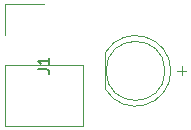
<source format=gto>
G04 #@! TF.GenerationSoftware,KiCad,Pcbnew,9.0.0*
G04 #@! TF.CreationDate,2025-04-19T11:55:25+01:00*
G04 #@! TF.ProjectId,LED_Connector,4c45445f-436f-46e6-9e65-63746f722e6b,rev?*
G04 #@! TF.SameCoordinates,Original*
G04 #@! TF.FileFunction,Legend,Top*
G04 #@! TF.FilePolarity,Positive*
%FSLAX46Y46*%
G04 Gerber Fmt 4.6, Leading zero omitted, Abs format (unit mm)*
G04 Created by KiCad (PCBNEW 9.0.0) date 2025-04-19 11:55:25*
%MOMM*%
%LPD*%
G01*
G04 APERTURE LIST*
%ADD10C,0.100000*%
%ADD11C,0.150000*%
%ADD12C,0.120000*%
%ADD13R,2.800000X2.800000*%
%ADD14C,2.800000*%
%ADD15R,1.800000X1.800000*%
%ADD16C,1.800000*%
G04 APERTURE END LIST*
D10*
X150963884Y-99991466D02*
X151725789Y-99991466D01*
X151344836Y-100372419D02*
X151344836Y-99610514D01*
D11*
X139154819Y-99883333D02*
X139869104Y-99883333D01*
X139869104Y-99883333D02*
X140011961Y-99930952D01*
X140011961Y-99930952D02*
X140107200Y-100026190D01*
X140107200Y-100026190D02*
X140154819Y-100169047D01*
X140154819Y-100169047D02*
X140154819Y-100264285D01*
X140154819Y-98883333D02*
X140154819Y-99454761D01*
X140154819Y-99169047D02*
X139154819Y-99169047D01*
X139154819Y-99169047D02*
X139297676Y-99264285D01*
X139297676Y-99264285D02*
X139392914Y-99359523D01*
X139392914Y-99359523D02*
X139440533Y-99454761D01*
D12*
X136415000Y-94305000D02*
X139700000Y-94305000D01*
X136415000Y-96955000D02*
X136415000Y-94305000D01*
X136415000Y-99495000D02*
X136415000Y-104685000D01*
X136415000Y-99495000D02*
X142985000Y-99495000D01*
X136415000Y-104685000D02*
X142985000Y-104685000D01*
X142985000Y-99495000D02*
X142985000Y-104685000D01*
X144880000Y-98455000D02*
X144880000Y-101545000D01*
X144880000Y-98455170D02*
G75*
G02*
X150430000Y-99999952I2560000J-1544830D01*
G01*
X150430000Y-100000048D02*
G75*
G02*
X144880000Y-101544830I-2990000J48D01*
G01*
X149940000Y-100000000D02*
G75*
G02*
X144940000Y-100000000I-2500000J0D01*
G01*
X144940000Y-100000000D02*
G75*
G02*
X149940000Y-100000000I2500000J0D01*
G01*
%LPC*%
D13*
X139700000Y-96955000D03*
D14*
X139700000Y-102035000D03*
D15*
X146170000Y-100000000D03*
D16*
X148710000Y-100000000D03*
%LPD*%
M02*

</source>
